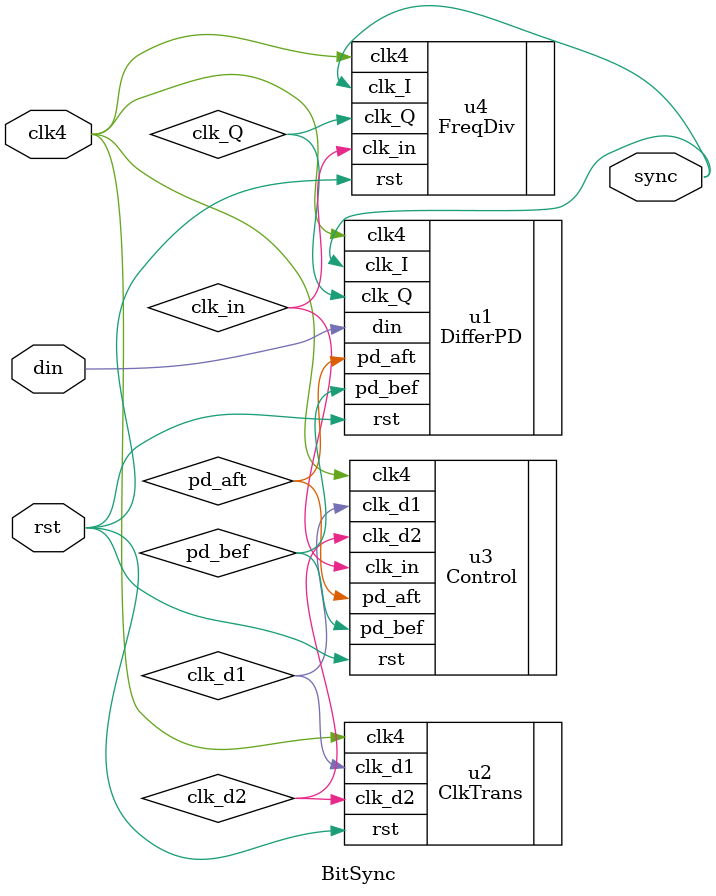
<source format=v>
`timescale 1ns / 1ps


module BitSync(
    rst,clk4,din,sync
    );
    input rst,clk4,din;
    output sync;
    
    wire clk_Q,pd_bef,pd_aft,clk_d1,clk_d2,clk_in;
    
    DifferPD u1(
    .rst(rst),
    .clk4(clk4),
    .din(din),
    .clk_I(sync),
    .clk_Q(clk_Q),
    .pd_bef(pd_bef),
    .pd_aft(pd_aft)
    );
    
    ClkTrans u2(
    .rst(rst),
    .clk4(clk4),
    .clk_d1(clk_d1),
    .clk_d2(clk_d2)
    );
    
    Control u3(
    .rst(rst),
    .clk4(clk4),
    .pd_bef(pd_bef),
    .pd_aft(pd_aft),
    .clk_d1(clk_d1),
    .clk_d2(clk_d2),
    .clk_in(clk_in)
    );

    FreqDiv u4(
    .rst(rst),
    .clk4(clk4),
    .clk_in(clk_in),
    .clk_I(sync),
    .clk_Q(clk_Q)
    );
endmodule

</source>
